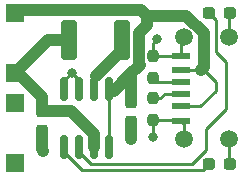
<source format=gbr>
%TF.GenerationSoftware,KiCad,Pcbnew,6.0.11+dfsg-1~bpo11+1*%
%TF.CreationDate,2023-02-24T17:28:24+00:00*%
%TF.ProjectId,134n3p,3133346e-3370-42e6-9b69-6361645f7063,rev?*%
%TF.SameCoordinates,Original*%
%TF.FileFunction,Copper,L1,Top*%
%TF.FilePolarity,Positive*%
%FSLAX46Y46*%
G04 Gerber Fmt 4.6, Leading zero omitted, Abs format (unit mm)*
G04 Created by KiCad (PCBNEW 6.0.11+dfsg-1~bpo11+1) date 2023-02-24 17:28:24*
%MOMM*%
%LPD*%
G01*
G04 APERTURE LIST*
G04 Aperture macros list*
%AMRoundRect*
0 Rectangle with rounded corners*
0 $1 Rounding radius*
0 $2 $3 $4 $5 $6 $7 $8 $9 X,Y pos of 4 corners*
0 Add a 4 corners polygon primitive as box body*
4,1,4,$2,$3,$4,$5,$6,$7,$8,$9,$2,$3,0*
0 Add four circle primitives for the rounded corners*
1,1,$1+$1,$2,$3*
1,1,$1+$1,$4,$5*
1,1,$1+$1,$6,$7*
1,1,$1+$1,$8,$9*
0 Add four rect primitives between the rounded corners*
20,1,$1+$1,$2,$3,$4,$5,0*
20,1,$1+$1,$4,$5,$6,$7,0*
20,1,$1+$1,$6,$7,$8,$9,0*
20,1,$1+$1,$8,$9,$2,$3,0*%
G04 Aperture macros list end*
%TA.AperFunction,SMDPad,CuDef*%
%ADD10RoundRect,0.237500X-0.237500X0.300000X-0.237500X-0.300000X0.237500X-0.300000X0.237500X0.300000X0*%
%TD*%
%TA.AperFunction,ComponentPad*%
%ADD11R,1.500000X1.500000*%
%TD*%
%TA.AperFunction,SMDPad,CuDef*%
%ADD12RoundRect,0.237500X0.237500X-0.300000X0.237500X0.300000X-0.237500X0.300000X-0.237500X-0.300000X0*%
%TD*%
%TA.AperFunction,SMDPad,CuDef*%
%ADD13RoundRect,0.250000X-0.400000X-1.450000X0.400000X-1.450000X0.400000X1.450000X-0.400000X1.450000X0*%
%TD*%
%TA.AperFunction,SMDPad,CuDef*%
%ADD14RoundRect,0.237500X0.287500X0.237500X-0.287500X0.237500X-0.287500X-0.237500X0.287500X-0.237500X0*%
%TD*%
%TA.AperFunction,SMDPad,CuDef*%
%ADD15R,1.500000X0.600000*%
%TD*%
%TA.AperFunction,ComponentPad*%
%ADD16C,1.500000*%
%TD*%
%TA.AperFunction,SMDPad,CuDef*%
%ADD17R,1.500000X0.500000*%
%TD*%
%TA.AperFunction,SMDPad,CuDef*%
%ADD18RoundRect,0.237500X-0.237500X0.250000X-0.237500X-0.250000X0.237500X-0.250000X0.237500X0.250000X0*%
%TD*%
%TA.AperFunction,SMDPad,CuDef*%
%ADD19RoundRect,0.150000X0.150000X-0.825000X0.150000X0.825000X-0.150000X0.825000X-0.150000X-0.825000X0*%
%TD*%
%TA.AperFunction,SMDPad,CuDef*%
%ADD20RoundRect,0.237500X0.237500X-0.250000X0.237500X0.250000X-0.237500X0.250000X-0.237500X-0.250000X0*%
%TD*%
%TA.AperFunction,ViaPad*%
%ADD21C,0.800000*%
%TD*%
%TA.AperFunction,Conductor*%
%ADD22C,0.250000*%
%TD*%
%TA.AperFunction,Conductor*%
%ADD23C,1.000000*%
%TD*%
G04 APERTURE END LIST*
D10*
%TO.P,C3,1*%
%TO.N,Net-(C3-Pad1)*%
X137414000Y-87550000D03*
%TO.P,C3,2*%
%TO.N,GND*%
X137414000Y-89275000D03*
%TD*%
D11*
%TO.P,GND,1,1*%
%TO.N,GND*%
X135138160Y-91948000D03*
%TD*%
D12*
%TO.P,C2,1*%
%TO.N,GND*%
X145010000Y-88510000D03*
%TO.P,C2,2*%
%TO.N,Net-(C2-Pad2)*%
X145010000Y-86785000D03*
%TD*%
D13*
%TO.P,L1,1,1*%
%TO.N,Net-(C3-Pad1)*%
X139761000Y-81534000D03*
%TO.P,L1,2,2*%
%TO.N,Net-(L1-Pad2)*%
X144211000Y-81534000D03*
%TD*%
D14*
%TO.P,RED,1,K*%
%TO.N,GND*%
X153322500Y-92060000D03*
%TO.P,RED,2,A*%
%TO.N,Net-(D2-Pad2)*%
X151572500Y-92060000D03*
%TD*%
D15*
%TO.P,U2,1,GND*%
%TO.N,GND*%
X149180920Y-88388280D03*
D16*
X149440000Y-89958000D03*
X153237300Y-81322000D03*
X149440000Y-81322000D03*
X153237300Y-89958000D03*
D15*
X149191080Y-82881560D03*
D17*
%TO.P,U2,2,VBUS*%
%TO.N,Net-(C2-Pad2)*%
X149191080Y-84110920D03*
X149180920Y-87158920D03*
%TO.P,U2,3,CC2*%
%TO.N,Net-(R1-Pad2)*%
X149186000Y-85132000D03*
%TO.P,U2,4,CC1*%
%TO.N,Net-(R2-Pad2)*%
X149180920Y-86148000D03*
%TD*%
D18*
%TO.P,R1,1*%
%TO.N,GND*%
X146812000Y-82907500D03*
%TO.P,R1,2*%
%TO.N,Net-(R1-Pad2)*%
X146812000Y-84732500D03*
%TD*%
D14*
%TO.P,BLUE,1,K*%
%TO.N,GND*%
X153320000Y-79260000D03*
%TO.P,BLUE,2,A*%
%TO.N,Net-(D1-Pad2)*%
X151570000Y-79260000D03*
%TD*%
D19*
%TO.P,U1,1,L1*%
%TO.N,Net-(D2-Pad2)*%
X139319000Y-90613000D03*
%TO.P,U1,2,L2*%
%TO.N,Net-(D1-Pad2)*%
X140589000Y-90613000D03*
%TO.P,U1,3,BTP*%
%TO.N,Net-(C3-Pad1)*%
X141859000Y-90613000D03*
%TO.P,U1,4,VOUT*%
%TO.N,Net-(C2-Pad2)*%
X143129000Y-90613000D03*
%TO.P,U1,5,VO/IN*%
X143129000Y-85663000D03*
%TO.P,U1,6,LX*%
%TO.N,Net-(L1-Pad2)*%
X141859000Y-85663000D03*
%TO.P,U1,7,PGND*%
%TO.N,GND*%
X140589000Y-85663000D03*
%TO.P,U1,8,AGND*%
X139319000Y-85663000D03*
%TD*%
D11*
%TO.P,VCC,1,1*%
%TO.N,Net-(C2-Pad2)*%
X135128000Y-79248000D03*
%TD*%
D20*
%TO.P,R2,1*%
%TO.N,GND*%
X146812000Y-88288500D03*
%TO.P,R2,2*%
%TO.N,Net-(R2-Pad2)*%
X146812000Y-86463500D03*
%TD*%
D11*
%TO.P,B-,1,1*%
%TO.N,GND*%
X135128000Y-86868000D03*
%TD*%
%TO.P,B+,1,1*%
%TO.N,Net-(C3-Pad1)*%
X135138160Y-84328000D03*
%TD*%
D21*
%TO.N,GND*%
X139954000Y-84328000D03*
X145010000Y-89950000D03*
X146870000Y-89750000D03*
X147200000Y-81480000D03*
X137550000Y-90920000D03*
%TD*%
D22*
%TO.N,GND*%
X139319000Y-84963000D02*
X139954000Y-84328000D01*
X149191080Y-81570920D02*
X149440000Y-81322000D01*
D23*
X145010000Y-88510000D02*
X145010000Y-89950000D01*
D22*
X146812000Y-81868000D02*
X147200000Y-81480000D01*
D23*
X137414000Y-90784000D02*
X137550000Y-90920000D01*
D22*
X153237300Y-91974800D02*
X153322500Y-92060000D01*
X146812000Y-82907500D02*
X149165140Y-82907500D01*
X149081140Y-88288500D02*
X149180920Y-88388280D01*
X146812000Y-88288500D02*
X146812000Y-89692000D01*
X139319000Y-85663000D02*
X139319000Y-84963000D01*
D23*
X137414000Y-89275000D02*
X137414000Y-90784000D01*
D22*
X146812000Y-88288500D02*
X149081140Y-88288500D01*
X153237300Y-79342700D02*
X153320000Y-79260000D01*
X149191080Y-82881560D02*
X149191080Y-81570920D01*
X149440000Y-88647360D02*
X149180920Y-88388280D01*
X153237300Y-81322000D02*
X153237300Y-79342700D01*
X149440000Y-89958000D02*
X149440000Y-88647360D01*
X146812000Y-89692000D02*
X146870000Y-89750000D01*
X149165140Y-82907500D02*
X149191080Y-82881560D01*
X140589000Y-85663000D02*
X140589000Y-84963000D01*
X146812000Y-82907500D02*
X146812000Y-81868000D01*
X140589000Y-84963000D02*
X139954000Y-84328000D01*
X153237300Y-89958000D02*
X153237300Y-91974800D01*
D23*
%TO.N,Net-(C2-Pad2)*%
X145796000Y-80772000D02*
X145637000Y-80931000D01*
X146304000Y-79502000D02*
X149670610Y-79502000D01*
X151130000Y-80961390D02*
X151130000Y-83820000D01*
D22*
X150839080Y-87158920D02*
X152146000Y-85852000D01*
D23*
X135382000Y-78994000D02*
X145034000Y-78994000D01*
X146304000Y-79502000D02*
X146304000Y-80264000D01*
X145796000Y-78994000D02*
X146304000Y-79502000D01*
D22*
X152146000Y-85090000D02*
X151166920Y-84110920D01*
D23*
X146304000Y-80264000D02*
X145796000Y-80772000D01*
D22*
X152146000Y-85852000D02*
X152146000Y-85090000D01*
D23*
X145726588Y-83635413D02*
X144836000Y-84526000D01*
X145034000Y-78994000D02*
X145796000Y-78994000D01*
X144836000Y-84526000D02*
X143510000Y-85852000D01*
D22*
X149180920Y-87158920D02*
X150839080Y-87158920D01*
D23*
X145637000Y-80931000D02*
X145637000Y-83545825D01*
X149670610Y-79502000D02*
X151130000Y-80961390D01*
D22*
X143129000Y-85663000D02*
X143129000Y-90613000D01*
D23*
X145010000Y-86785000D02*
X145010000Y-84700000D01*
D22*
X151166920Y-84110920D02*
X149191080Y-84110920D01*
D23*
X151130000Y-83820000D02*
X150876000Y-84074000D01*
X145010000Y-84700000D02*
X144836000Y-84526000D01*
X145637000Y-83545825D02*
X145726588Y-83635413D01*
X135128000Y-79248000D02*
X135382000Y-78994000D01*
D22*
%TO.N,Net-(D1-Pad2)*%
X151340000Y-90850000D02*
X150170000Y-92020000D01*
X152146000Y-82550000D02*
X153040000Y-83444000D01*
X153040000Y-83444000D02*
X153040000Y-87390000D01*
X153040000Y-87390000D02*
X151340000Y-89090000D01*
X141619249Y-92020000D02*
X140589000Y-90989751D01*
X150170000Y-92020000D02*
X141619249Y-92020000D01*
X151340000Y-89090000D02*
X151340000Y-90850000D01*
X151570000Y-79260000D02*
X152146000Y-79836000D01*
X140589000Y-90989751D02*
X140589000Y-90613000D01*
X152146000Y-79836000D02*
X152146000Y-82550000D01*
%TO.N,Net-(D2-Pad2)*%
X139319000Y-90613000D02*
X139319000Y-91013000D01*
X151072500Y-92560000D02*
X151572500Y-92060000D01*
X139319000Y-91013000D02*
X140866000Y-92560000D01*
X140866000Y-92560000D02*
X151072500Y-92560000D01*
%TO.N,Net-(R1-Pad2)*%
X147211500Y-85132000D02*
X146812000Y-84732500D01*
X149186000Y-85132000D02*
X147211500Y-85132000D01*
%TO.N,Net-(R2-Pad2)*%
X147470500Y-86463500D02*
X147828000Y-86106000D01*
X147870000Y-86148000D02*
X149180920Y-86148000D01*
X147828000Y-86106000D02*
X147870000Y-86148000D01*
X146812000Y-86463500D02*
X147470500Y-86463500D01*
D23*
%TO.N,Net-(L1-Pad2)*%
X144211000Y-82357000D02*
X141986000Y-84582000D01*
X144211000Y-81534000D02*
X144211000Y-82357000D01*
%TO.N,Net-(C3-Pad1)*%
X137414000Y-86360000D02*
X137414000Y-87550000D01*
X141859000Y-89535000D02*
X141859000Y-90613000D01*
X135138160Y-84328000D02*
X135382000Y-84328000D01*
X139874000Y-87550000D02*
X141859000Y-89535000D01*
X135382000Y-84328000D02*
X137414000Y-86360000D01*
X137414000Y-87550000D02*
X139874000Y-87550000D01*
X139761000Y-81534000D02*
X137932160Y-81534000D01*
X137932160Y-81534000D02*
X135138160Y-84328000D01*
%TD*%
M02*

</source>
